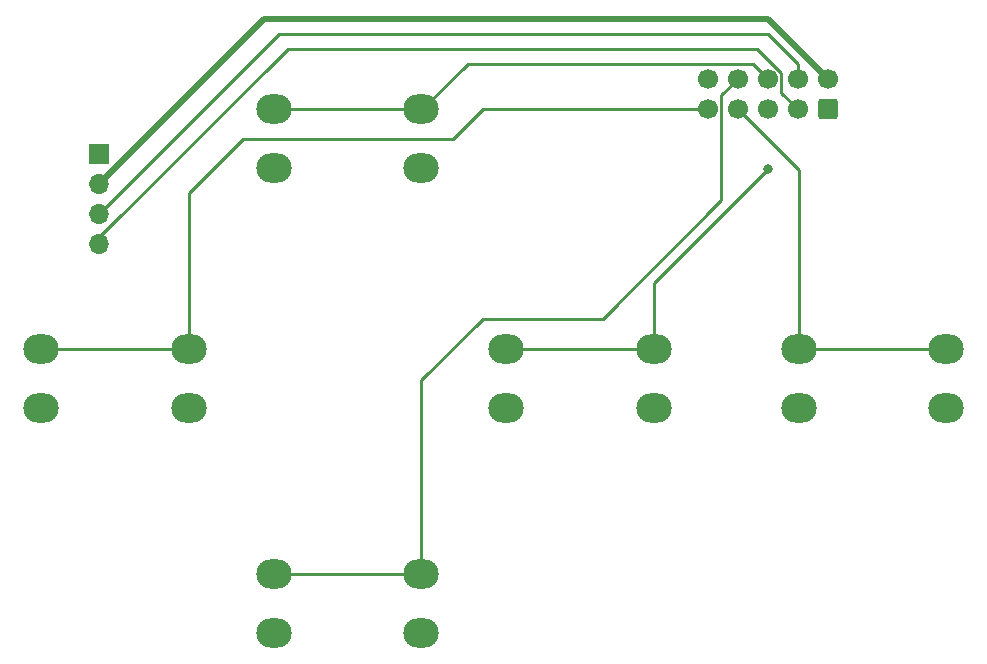
<source format=gbr>
%TF.GenerationSoftware,KiCad,Pcbnew,(6.0.1)*%
%TF.CreationDate,2022-02-12T14:12:32-06:00*%
%TF.ProjectId,sawsetter_buttons,73617773-6574-4746-9572-5f627574746f,rev?*%
%TF.SameCoordinates,Original*%
%TF.FileFunction,Copper,L1,Top*%
%TF.FilePolarity,Positive*%
%FSLAX46Y46*%
G04 Gerber Fmt 4.6, Leading zero omitted, Abs format (unit mm)*
G04 Created by KiCad (PCBNEW (6.0.1)) date 2022-02-12 14:12:32*
%MOMM*%
%LPD*%
G01*
G04 APERTURE LIST*
G04 Aperture macros list*
%AMRoundRect*
0 Rectangle with rounded corners*
0 $1 Rounding radius*
0 $2 $3 $4 $5 $6 $7 $8 $9 X,Y pos of 4 corners*
0 Add a 4 corners polygon primitive as box body*
4,1,4,$2,$3,$4,$5,$6,$7,$8,$9,$2,$3,0*
0 Add four circle primitives for the rounded corners*
1,1,$1+$1,$2,$3*
1,1,$1+$1,$4,$5*
1,1,$1+$1,$6,$7*
1,1,$1+$1,$8,$9*
0 Add four rect primitives between the rounded corners*
20,1,$1+$1,$2,$3,$4,$5,0*
20,1,$1+$1,$4,$5,$6,$7,0*
20,1,$1+$1,$6,$7,$8,$9,0*
20,1,$1+$1,$8,$9,$2,$3,0*%
G04 Aperture macros list end*
%TA.AperFunction,ComponentPad*%
%ADD10O,3.000000X2.500000*%
%TD*%
%TA.AperFunction,ComponentPad*%
%ADD11RoundRect,0.250000X0.600000X-0.600000X0.600000X0.600000X-0.600000X0.600000X-0.600000X-0.600000X0*%
%TD*%
%TA.AperFunction,ComponentPad*%
%ADD12C,1.700000*%
%TD*%
%TA.AperFunction,ComponentPad*%
%ADD13R,1.700000X1.700000*%
%TD*%
%TA.AperFunction,ComponentPad*%
%ADD14O,1.700000X1.700000*%
%TD*%
%TA.AperFunction,ViaPad*%
%ADD15C,0.800000*%
%TD*%
%TA.AperFunction,Conductor*%
%ADD16C,0.508000*%
%TD*%
%TA.AperFunction,Conductor*%
%ADD17C,0.250000*%
%TD*%
G04 APERTURE END LIST*
D10*
%TO.P,SW2,1,1*%
%TO.N,/GO*%
X185520000Y-111800000D03*
X198020000Y-111800000D03*
%TO.P,SW2,2,2*%
%TO.N,GND*%
X185520000Y-116800000D03*
X198020000Y-116800000D03*
%TD*%
%TO.P,SW3,1,1*%
%TO.N,/LEFT*%
X121385000Y-111800000D03*
X133885000Y-111800000D03*
%TO.P,SW3,2,2*%
%TO.N,GND*%
X121385000Y-116800000D03*
X133885000Y-116800000D03*
%TD*%
%TO.P,SW1,1,1*%
%TO.N,/RIGHT*%
X160755000Y-111800000D03*
X173255000Y-111800000D03*
%TO.P,SW1,2,2*%
%TO.N,GND*%
X160755000Y-116800000D03*
X173255000Y-116800000D03*
%TD*%
%TO.P,SW4,1,1*%
%TO.N,/UP*%
X141070000Y-91480000D03*
X153570000Y-91480000D03*
%TO.P,SW4,2,2*%
%TO.N,GND*%
X141070000Y-96480000D03*
X153570000Y-96480000D03*
%TD*%
%TO.P,SW5,1,1*%
%TO.N,/DOWN*%
X153570000Y-130850000D03*
X141070000Y-130850000D03*
%TO.P,SW5,2,2*%
%TO.N,GND*%
X153570000Y-135850000D03*
X141070000Y-135850000D03*
%TD*%
D11*
%TO.P,J1,1,Pin_1*%
%TO.N,GND*%
X187960000Y-91440000D03*
D12*
%TO.P,J1,2,Pin_2*%
%TO.N,+5V*%
X187960000Y-88900000D03*
%TO.P,J1,3,Pin_3*%
%TO.N,/SCL*%
X185420000Y-91440000D03*
%TO.P,J1,4,Pin_4*%
%TO.N,/SDA*%
X185420000Y-88900000D03*
%TO.P,J1,5,Pin_5*%
%TO.N,/RIGHT*%
X182880000Y-91440000D03*
%TO.P,J1,6,Pin_6*%
%TO.N,/UP*%
X182880000Y-88900000D03*
%TO.P,J1,7,Pin_7*%
%TO.N,/GO*%
X180340000Y-91440000D03*
%TO.P,J1,8,Pin_8*%
%TO.N,/DOWN*%
X180340000Y-88900000D03*
%TO.P,J1,9,Pin_9*%
%TO.N,/LEFT*%
X177800000Y-91440000D03*
%TO.P,J1,10,Pin_10*%
%TO.N,unconnected-(J1-Pad10)*%
X177800000Y-88900000D03*
%TD*%
D13*
%TO.P,J2,1,Pin_1*%
%TO.N,GND*%
X126295000Y-95260000D03*
D14*
%TO.P,J2,2,Pin_2*%
%TO.N,+5V*%
X126295000Y-97800000D03*
%TO.P,J2,3,Pin_3*%
%TO.N,/SDA*%
X126295000Y-100340000D03*
%TO.P,J2,4,Pin_4*%
%TO.N,/SCL*%
X126295000Y-102880000D03*
%TD*%
D15*
%TO.N,/RIGHT*%
X182880000Y-96520000D03*
%TD*%
D16*
%TO.N,+5V*%
X182880000Y-83820000D02*
X187960000Y-88900000D01*
X140275000Y-83820000D02*
X182880000Y-83820000D01*
X126295000Y-97800000D02*
X140275000Y-83820000D01*
D17*
%TO.N,/SCL*%
X126295000Y-102305000D02*
X126295000Y-102880000D01*
X182001010Y-86360000D02*
X142240000Y-86360000D01*
X184054511Y-90074511D02*
X184054511Y-88413501D01*
X184054511Y-88413501D02*
X182001010Y-86360000D01*
X142240000Y-86360000D02*
X126295000Y-102305000D01*
X185420000Y-91440000D02*
X184054511Y-90074511D01*
%TO.N,/SDA*%
X185420000Y-87630000D02*
X185420000Y-88900000D01*
X141545000Y-85090000D02*
X182880000Y-85090000D01*
X126295000Y-100340000D02*
X141545000Y-85090000D01*
X182880000Y-85090000D02*
X185420000Y-87630000D01*
%TO.N,/RIGHT*%
X160755000Y-111800000D02*
X173255000Y-111800000D01*
X173255000Y-111800000D02*
X173255000Y-106145000D01*
X173255000Y-106145000D02*
X182880000Y-96520000D01*
%TO.N,/UP*%
X153630000Y-91480000D02*
X157480000Y-87630000D01*
X153570000Y-91480000D02*
X153630000Y-91480000D01*
X157480000Y-87630000D02*
X181610000Y-87630000D01*
X181610000Y-87630000D02*
X182880000Y-88900000D01*
X141070000Y-91480000D02*
X153570000Y-91480000D01*
%TO.N,/GO*%
X185520000Y-111800000D02*
X198020000Y-111800000D01*
X185520000Y-96620000D02*
X180340000Y-91440000D01*
X185520000Y-111800000D02*
X185520000Y-96620000D01*
%TO.N,/DOWN*%
X168910000Y-109220000D02*
X158750000Y-109220000D01*
X178974511Y-99155489D02*
X168910000Y-109220000D01*
X180340000Y-88900000D02*
X178974511Y-90265489D01*
X158750000Y-109220000D02*
X153570000Y-114400000D01*
X178974511Y-90265489D02*
X178974511Y-99155489D01*
X153570000Y-130850000D02*
X141070000Y-130850000D01*
X153570000Y-114400000D02*
X153570000Y-130850000D01*
%TO.N,/LEFT*%
X133885000Y-98525000D02*
X138430000Y-93980000D01*
X133885000Y-111800000D02*
X133885000Y-98525000D01*
X158750000Y-91440000D02*
X177800000Y-91440000D01*
X121385000Y-111800000D02*
X133885000Y-111800000D01*
X156210000Y-93980000D02*
X158750000Y-91440000D01*
X138430000Y-93980000D02*
X156210000Y-93980000D01*
%TD*%
M02*

</source>
